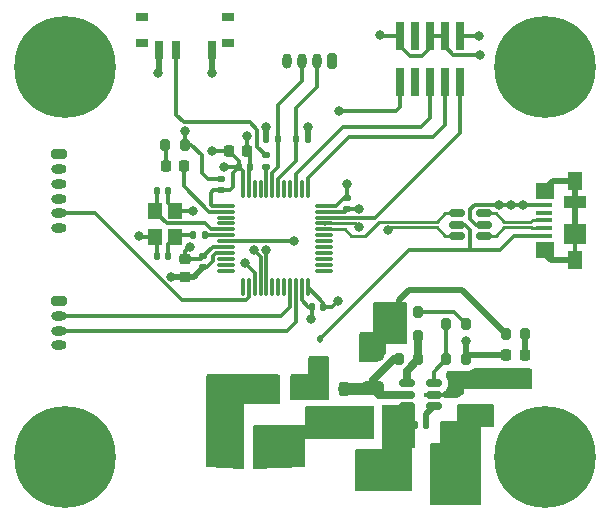
<source format=gbr>
%TF.GenerationSoftware,KiCad,Pcbnew,7.0.10*%
%TF.CreationDate,2024-03-14T18:53:23+05:30*%
%TF.ProjectId,STM32_4LAYER,53544d33-325f-4344-9c41-5945522e6b69,rev?*%
%TF.SameCoordinates,Original*%
%TF.FileFunction,Copper,L1,Top*%
%TF.FilePolarity,Positive*%
%FSLAX46Y46*%
G04 Gerber Fmt 4.6, Leading zero omitted, Abs format (unit mm)*
G04 Created by KiCad (PCBNEW 7.0.10) date 2024-03-14 18:53:23*
%MOMM*%
%LPD*%
G01*
G04 APERTURE LIST*
G04 Aperture macros list*
%AMRoundRect*
0 Rectangle with rounded corners*
0 $1 Rounding radius*
0 $2 $3 $4 $5 $6 $7 $8 $9 X,Y pos of 4 corners*
0 Add a 4 corners polygon primitive as box body*
4,1,4,$2,$3,$4,$5,$6,$7,$8,$9,$2,$3,0*
0 Add four circle primitives for the rounded corners*
1,1,$1+$1,$2,$3*
1,1,$1+$1,$4,$5*
1,1,$1+$1,$6,$7*
1,1,$1+$1,$8,$9*
0 Add four rect primitives between the rounded corners*
20,1,$1+$1,$2,$3,$4,$5,0*
20,1,$1+$1,$4,$5,$6,$7,0*
20,1,$1+$1,$6,$7,$8,$9,0*
20,1,$1+$1,$8,$9,$2,$3,0*%
G04 Aperture macros list end*
%TA.AperFunction,ComponentPad*%
%ADD10RoundRect,0.200000X-0.450000X0.200000X-0.450000X-0.200000X0.450000X-0.200000X0.450000X0.200000X0*%
%TD*%
%TA.AperFunction,ComponentPad*%
%ADD11O,1.300000X0.800000*%
%TD*%
%TA.AperFunction,ComponentPad*%
%ADD12RoundRect,0.200000X0.200000X0.450000X-0.200000X0.450000X-0.200000X-0.450000X0.200000X-0.450000X0*%
%TD*%
%TA.AperFunction,ComponentPad*%
%ADD13O,0.800000X1.300000*%
%TD*%
%TA.AperFunction,SMDPad,CuDef*%
%ADD14RoundRect,0.140000X0.140000X0.170000X-0.140000X0.170000X-0.140000X-0.170000X0.140000X-0.170000X0*%
%TD*%
%TA.AperFunction,SMDPad,CuDef*%
%ADD15R,1.380000X0.450000*%
%TD*%
%TA.AperFunction,SMDPad,CuDef*%
%ADD16R,1.300000X1.650000*%
%TD*%
%TA.AperFunction,SMDPad,CuDef*%
%ADD17R,1.550000X1.425000*%
%TD*%
%TA.AperFunction,SMDPad,CuDef*%
%ADD18R,1.900000X1.800000*%
%TD*%
%TA.AperFunction,SMDPad,CuDef*%
%ADD19R,1.900000X1.000000*%
%TD*%
%TA.AperFunction,SMDPad,CuDef*%
%ADD20R,1.900000X2.500000*%
%TD*%
%TA.AperFunction,ComponentPad*%
%ADD21C,0.900000*%
%TD*%
%TA.AperFunction,ComponentPad*%
%ADD22C,8.600000*%
%TD*%
%TA.AperFunction,SMDPad,CuDef*%
%ADD23RoundRect,0.075000X-0.662500X-0.075000X0.662500X-0.075000X0.662500X0.075000X-0.662500X0.075000X0*%
%TD*%
%TA.AperFunction,SMDPad,CuDef*%
%ADD24RoundRect,0.075000X-0.075000X-0.662500X0.075000X-0.662500X0.075000X0.662500X-0.075000X0.662500X0*%
%TD*%
%TA.AperFunction,SMDPad,CuDef*%
%ADD25RoundRect,0.200000X0.200000X0.275000X-0.200000X0.275000X-0.200000X-0.275000X0.200000X-0.275000X0*%
%TD*%
%TA.AperFunction,SMDPad,CuDef*%
%ADD26RoundRect,0.112500X0.187500X0.112500X-0.187500X0.112500X-0.187500X-0.112500X0.187500X-0.112500X0*%
%TD*%
%TA.AperFunction,SMDPad,CuDef*%
%ADD27RoundRect,0.140000X-0.140000X-0.170000X0.140000X-0.170000X0.140000X0.170000X-0.140000X0.170000X0*%
%TD*%
%TA.AperFunction,SMDPad,CuDef*%
%ADD28RoundRect,0.135000X-0.135000X-0.185000X0.135000X-0.185000X0.135000X0.185000X-0.135000X0.185000X0*%
%TD*%
%TA.AperFunction,SMDPad,CuDef*%
%ADD29RoundRect,0.218750X-0.218750X-0.256250X0.218750X-0.256250X0.218750X0.256250X-0.218750X0.256250X0*%
%TD*%
%TA.AperFunction,SMDPad,CuDef*%
%ADD30R,0.740000X2.400000*%
%TD*%
%TA.AperFunction,SMDPad,CuDef*%
%ADD31RoundRect,0.140000X0.170000X-0.140000X0.170000X0.140000X-0.170000X0.140000X-0.170000X-0.140000X0*%
%TD*%
%TA.AperFunction,SMDPad,CuDef*%
%ADD32RoundRect,0.250000X0.650000X-0.325000X0.650000X0.325000X-0.650000X0.325000X-0.650000X-0.325000X0*%
%TD*%
%TA.AperFunction,SMDPad,CuDef*%
%ADD33R,1.000000X0.800000*%
%TD*%
%TA.AperFunction,SMDPad,CuDef*%
%ADD34R,0.700000X1.500000*%
%TD*%
%TA.AperFunction,SMDPad,CuDef*%
%ADD35RoundRect,0.225000X-0.225000X-0.250000X0.225000X-0.250000X0.225000X0.250000X-0.225000X0.250000X0*%
%TD*%
%TA.AperFunction,SMDPad,CuDef*%
%ADD36RoundRect,0.135000X0.135000X0.185000X-0.135000X0.185000X-0.135000X-0.185000X0.135000X-0.185000X0*%
%TD*%
%TA.AperFunction,SMDPad,CuDef*%
%ADD37RoundRect,0.112500X0.112500X-0.187500X0.112500X0.187500X-0.112500X0.187500X-0.112500X-0.187500X0*%
%TD*%
%TA.AperFunction,ComponentPad*%
%ADD38R,2.400000X2.400000*%
%TD*%
%TA.AperFunction,ComponentPad*%
%ADD39C,2.400000*%
%TD*%
%TA.AperFunction,SMDPad,CuDef*%
%ADD40RoundRect,0.218750X-0.218750X-0.381250X0.218750X-0.381250X0.218750X0.381250X-0.218750X0.381250X0*%
%TD*%
%TA.AperFunction,SMDPad,CuDef*%
%ADD41RoundRect,0.140000X-0.170000X0.140000X-0.170000X-0.140000X0.170000X-0.140000X0.170000X0.140000X0*%
%TD*%
%TA.AperFunction,SMDPad,CuDef*%
%ADD42RoundRect,0.200000X-0.200000X-0.275000X0.200000X-0.275000X0.200000X0.275000X-0.200000X0.275000X0*%
%TD*%
%TA.AperFunction,SMDPad,CuDef*%
%ADD43RoundRect,0.225000X0.250000X-0.225000X0.250000X0.225000X-0.250000X0.225000X-0.250000X-0.225000X0*%
%TD*%
%TA.AperFunction,SMDPad,CuDef*%
%ADD44R,1.200000X1.400000*%
%TD*%
%TA.AperFunction,SMDPad,CuDef*%
%ADD45RoundRect,0.150000X0.512500X0.150000X-0.512500X0.150000X-0.512500X-0.150000X0.512500X-0.150000X0*%
%TD*%
%TA.AperFunction,SMDPad,CuDef*%
%ADD46RoundRect,0.218750X0.218750X0.256250X-0.218750X0.256250X-0.218750X-0.256250X0.218750X-0.256250X0*%
%TD*%
%TA.AperFunction,SMDPad,CuDef*%
%ADD47RoundRect,0.135000X0.185000X-0.135000X0.185000X0.135000X-0.185000X0.135000X-0.185000X-0.135000X0*%
%TD*%
%TA.AperFunction,ViaPad*%
%ADD48C,0.800000*%
%TD*%
%TA.AperFunction,Conductor*%
%ADD49C,0.300000*%
%TD*%
%TA.AperFunction,Conductor*%
%ADD50C,0.500000*%
%TD*%
%TA.AperFunction,Conductor*%
%ADD51C,0.261112*%
%TD*%
%TA.AperFunction,Conductor*%
%ADD52C,1.000000*%
%TD*%
%TA.AperFunction,Conductor*%
%ADD53C,0.700000*%
%TD*%
G04 APERTURE END LIST*
D10*
%TO.P,J5,1,Pin_1*%
%TO.N,+3.3V*%
X154430200Y-98582000D03*
D11*
%TO.P,J5,2,Pin_2*%
%TO.N,TX*%
X154430200Y-99832000D03*
%TO.P,J5,3,Pin_3*%
%TO.N,RX*%
X154430200Y-101082000D03*
%TO.P,J5,4,Pin_4*%
%TO.N,GND*%
X154430200Y-102332000D03*
%TD*%
D12*
%TO.P,J4,1,Pin_1*%
%TO.N,+3.3V*%
X177490600Y-78230200D03*
D13*
%TO.P,J4,2,Pin_2*%
%TO.N,SCL*%
X176240600Y-78230200D03*
%TO.P,J4,3,Pin_3*%
%TO.N,SDA*%
X174990600Y-78230200D03*
%TO.P,J4,4,Pin_4*%
%TO.N,GND*%
X173740600Y-78230200D03*
%TD*%
D14*
%TO.P,C12,1*%
%TO.N,BUCK_BST*%
X185480000Y-109050000D03*
%TO.P,C12,2*%
%TO.N,BUCK_SW*%
X184520000Y-109050000D03*
%TD*%
D15*
%TO.P,J1,1,VBUS*%
%TO.N,+5V*%
X195460000Y-93050000D03*
%TO.P,J1,2,D-*%
%TO.N,USB_CONN_D-*%
X195460000Y-92400000D03*
%TO.P,J1,3,D+*%
%TO.N,USB_CONN_D+*%
X195460000Y-91750000D03*
%TO.P,J1,4,ID*%
%TO.N,unconnected-(J1-ID-Pad4)*%
X195460000Y-91100000D03*
%TO.P,J1,5,GND*%
%TO.N,GND*%
X195460000Y-90450000D03*
D16*
%TO.P,J1,6,Shield*%
%TO.N,unconnected-(J1-Shield-Pad6)*%
X198120000Y-95125000D03*
D17*
X195545000Y-94237500D03*
D18*
X198120000Y-92900000D03*
D19*
X198120000Y-90200000D03*
D17*
X195545000Y-89262500D03*
D16*
X198120000Y-88375000D03*
%TD*%
D20*
%TO.P,L1,1*%
%TO.N,BUCK_SW*%
X182950000Y-112800000D03*
%TO.P,L1,2*%
%TO.N,+3.3V*%
X187050000Y-112800000D03*
%TD*%
D21*
%TO.P,H2,1,1*%
%TO.N,GND*%
X192355000Y-78740000D03*
X193299581Y-76459581D03*
X193299581Y-81020419D03*
X195580000Y-75515000D03*
D22*
X195580000Y-78740000D03*
D21*
X195580000Y-81965000D03*
X197860419Y-76459581D03*
X197860419Y-81020419D03*
X198805000Y-78740000D03*
%TD*%
%TO.P,H4,1,1*%
%TO.N,GND*%
X192355000Y-111760000D03*
X193299581Y-109479581D03*
X193299581Y-114040419D03*
X195580000Y-108535000D03*
D22*
X195580000Y-111760000D03*
D21*
X195580000Y-114985000D03*
X197860419Y-109479581D03*
X197860419Y-114040419D03*
X198805000Y-111760000D03*
%TD*%
D23*
%TO.P,U1,1,VBAT*%
%TO.N,+3.3V*%
X168557500Y-90500000D03*
%TO.P,U1,2,PC13*%
%TO.N,LED*%
X168557500Y-91000000D03*
%TO.P,U1,3,PC14*%
%TO.N,unconnected-(U1-PC14-Pad3)*%
X168557500Y-91500000D03*
%TO.P,U1,4,PC15*%
%TO.N,unconnected-(U1-PC15-Pad4)*%
X168557500Y-92000000D03*
%TO.P,U1,5,PD0*%
%TO.N,HSE_IN*%
X168557500Y-92500000D03*
%TO.P,U1,6,PD1*%
%TO.N,HSE_OUT*%
X168557500Y-93000000D03*
%TO.P,U1,7,NRST*%
%TO.N,NRST*%
X168557500Y-93500000D03*
%TO.P,U1,8,VSSA*%
%TO.N,GND*%
X168557500Y-94000000D03*
%TO.P,U1,9,VDDA*%
%TO.N,+3.3V*%
X168557500Y-94500000D03*
%TO.P,U1,10,PA0*%
%TO.N,unconnected-(U1-PA0-Pad10)*%
X168557500Y-95000000D03*
%TO.P,U1,11,PA1*%
%TO.N,unconnected-(U1-PA1-Pad11)*%
X168557500Y-95500000D03*
%TO.P,U1,12,PA2*%
%TO.N,unconnected-(U1-PA2-Pad12)*%
X168557500Y-96000000D03*
D24*
%TO.P,U1,13,PA3*%
%TO.N,unconnected-(U1-PA3-Pad13)*%
X169970000Y-97412500D03*
%TO.P,U1,14,PA4*%
%TO.N,NSS*%
X170470000Y-97412500D03*
%TO.P,U1,15,PA5*%
%TO.N,SCK*%
X170970000Y-97412500D03*
%TO.P,U1,16,PA6*%
%TO.N,MISO*%
X171470000Y-97412500D03*
%TO.P,U1,17,PA7*%
%TO.N,MOSI*%
X171970000Y-97412500D03*
%TO.P,U1,18,PB0*%
%TO.N,unconnected-(U1-PB0-Pad18)*%
X172470000Y-97412500D03*
%TO.P,U1,19,PB1*%
%TO.N,unconnected-(U1-PB1-Pad19)*%
X172970000Y-97412500D03*
%TO.P,U1,20,PB2*%
%TO.N,unconnected-(U1-PB2-Pad20)*%
X173470000Y-97412500D03*
%TO.P,U1,21,PB10*%
%TO.N,TX*%
X173970000Y-97412500D03*
%TO.P,U1,22,PB11*%
%TO.N,RX*%
X174470000Y-97412500D03*
%TO.P,U1,23,VSS*%
%TO.N,GND*%
X174970000Y-97412500D03*
%TO.P,U1,24,VDD*%
%TO.N,+3.3V*%
X175470000Y-97412500D03*
D23*
%TO.P,U1,25,PB12*%
%TO.N,unconnected-(U1-PB12-Pad25)*%
X176882500Y-96000000D03*
%TO.P,U1,26,PB13*%
%TO.N,unconnected-(U1-PB13-Pad26)*%
X176882500Y-95500000D03*
%TO.P,U1,27,PB14*%
%TO.N,unconnected-(U1-PB14-Pad27)*%
X176882500Y-95000000D03*
%TO.P,U1,28,PB15*%
%TO.N,unconnected-(U1-PB15-Pad28)*%
X176882500Y-94500000D03*
%TO.P,U1,29,PA8*%
%TO.N,unconnected-(U1-PA8-Pad29)*%
X176882500Y-94000000D03*
%TO.P,U1,30,PA9*%
%TO.N,unconnected-(U1-PA9-Pad30)*%
X176882500Y-93500000D03*
%TO.P,U1,31,PA10*%
%TO.N,unconnected-(U1-PA10-Pad31)*%
X176882500Y-93000000D03*
%TO.P,U1,32,PA11*%
%TO.N,USB_D+*%
X176882500Y-92500000D03*
%TO.P,U1,33,PA12*%
%TO.N,USB_D-*%
X176882500Y-92000000D03*
%TO.P,U1,34,PA13*%
%TO.N,SWDIO*%
X176882500Y-91500000D03*
%TO.P,U1,35,VSS*%
%TO.N,GND*%
X176882500Y-91000000D03*
%TO.P,U1,36,VDD*%
%TO.N,+3.3V*%
X176882500Y-90500000D03*
D24*
%TO.P,U1,37,PA14*%
%TO.N,SWCLK*%
X175470000Y-89087500D03*
%TO.P,U1,38,PA15*%
%TO.N,unconnected-(U1-PA15-Pad38)*%
X174970000Y-89087500D03*
%TO.P,U1,39,PB3*%
%TO.N,SWO*%
X174470000Y-89087500D03*
%TO.P,U1,40,PB4*%
%TO.N,unconnected-(U1-PB4-Pad40)*%
X173970000Y-89087500D03*
%TO.P,U1,41,PB5*%
%TO.N,unconnected-(U1-PB5-Pad41)*%
X173470000Y-89087500D03*
%TO.P,U1,42,PB6*%
%TO.N,SCL*%
X172970000Y-89087500D03*
%TO.P,U1,43,PB7*%
%TO.N,SDA*%
X172470000Y-89087500D03*
%TO.P,U1,44,BOOT0*%
%TO.N,BOOT0*%
X171970000Y-89087500D03*
%TO.P,U1,45,PB8*%
%TO.N,unconnected-(U1-PB8-Pad45)*%
X171470000Y-89087500D03*
%TO.P,U1,46,PB9*%
%TO.N,unconnected-(U1-PB9-Pad46)*%
X170970000Y-89087500D03*
%TO.P,U1,47,VSS*%
%TO.N,GND*%
X170470000Y-89087500D03*
%TO.P,U1,48,VDD*%
%TO.N,+3.3V*%
X169970000Y-89087500D03*
%TD*%
D14*
%TO.P,C2,1*%
%TO.N,+3.3V*%
X176756000Y-99060000D03*
%TO.P,C2,2*%
%TO.N,GND*%
X175796000Y-99060000D03*
%TD*%
D25*
%TO.P,R9,1*%
%TO.N,Net-(R10-Pad2)*%
X188825000Y-100500000D03*
%TO.P,R9,2*%
%TO.N,BUCK_FB*%
X187175000Y-100500000D03*
%TD*%
D10*
%TO.P,J6,1,Pin_1*%
%TO.N,+3.3V*%
X154432000Y-86155200D03*
D11*
%TO.P,J6,2,Pin_2*%
%TO.N,MOSI*%
X154432000Y-87405200D03*
%TO.P,J6,3,Pin_3*%
%TO.N,MISO*%
X154432000Y-88655200D03*
%TO.P,J6,4,Pin_4*%
%TO.N,SCK*%
X154432000Y-89905200D03*
%TO.P,J6,5,Pin_5*%
%TO.N,NSS*%
X154432000Y-91155200D03*
%TO.P,J6,6,Pin_6*%
%TO.N,GND*%
X154432000Y-92405200D03*
%TD*%
D26*
%TO.P,D2,1,K*%
%TO.N,Net-(D2-K)*%
X174550000Y-106000000D03*
%TO.P,D2,2,A*%
%TO.N,VCC*%
X172450000Y-106000000D03*
%TD*%
D27*
%TO.P,C6,1*%
%TO.N,HSE_IN*%
X162680000Y-89282000D03*
%TO.P,C6,2*%
%TO.N,GND*%
X163640000Y-89282000D03*
%TD*%
D21*
%TO.P,H3,1,1*%
%TO.N,GND*%
X151715000Y-111760000D03*
X152659581Y-109479581D03*
X152659581Y-114040419D03*
X154940000Y-108535000D03*
D22*
X154940000Y-111760000D03*
D21*
X154940000Y-114985000D03*
X157220419Y-109479581D03*
X157220419Y-114040419D03*
X158165000Y-111760000D03*
%TD*%
D28*
%TO.P,R2,1*%
%TO.N,SCL*%
X174496000Y-84836000D03*
%TO.P,R2,2*%
%TO.N,+3.3V*%
X175516000Y-84836000D03*
%TD*%
D29*
%TO.P,D1,1,K*%
%TO.N,Net-(D1-K)*%
X163423500Y-87122000D03*
%TO.P,D1,2,A*%
%TO.N,LED*%
X164998500Y-87122000D03*
%TD*%
D30*
%TO.P,J3,1,Pin_1*%
%TO.N,+3.3V*%
X188341000Y-76155000D03*
%TO.P,J3,2,Pin_2*%
%TO.N,SWDIO*%
X188341000Y-80055000D03*
%TO.P,J3,3,Pin_3*%
%TO.N,GND*%
X187071000Y-76155000D03*
%TO.P,J3,4,Pin_4*%
%TO.N,SWCLK*%
X187071000Y-80055000D03*
%TO.P,J3,5,Pin_5*%
%TO.N,GND*%
X185801000Y-76155000D03*
%TO.P,J3,6,Pin_6*%
%TO.N,SWO*%
X185801000Y-80055000D03*
%TO.P,J3,7,Pin_7*%
%TO.N,unconnected-(J3-Pin_7-Pad7)*%
X184531000Y-76155000D03*
%TO.P,J3,8,Pin_8*%
%TO.N,unconnected-(J3-Pin_8-Pad8)*%
X184531000Y-80055000D03*
%TO.P,J3,9,Pin_9*%
%TO.N,GND*%
X183261000Y-76155000D03*
%TO.P,J3,10,Pin_10*%
%TO.N,NRST*%
X183261000Y-80055000D03*
%TD*%
D31*
%TO.P,C8,1*%
%TO.N,+3.3V*%
X166632500Y-95730000D03*
%TO.P,C8,2*%
%TO.N,GND*%
X166632500Y-94770000D03*
%TD*%
D32*
%TO.P,C11,1*%
%TO.N,+3.3V*%
X190000000Y-108155000D03*
%TO.P,C11,2*%
%TO.N,GND*%
X190000000Y-105205000D03*
%TD*%
D33*
%TO.P,SW1,*%
%TO.N,*%
X168750000Y-76693000D03*
X168750000Y-74483000D03*
X161450000Y-76693000D03*
X161450000Y-74483000D03*
D34*
%TO.P,SW1,1,A*%
%TO.N,+3.3V*%
X167350000Y-77343000D03*
%TO.P,SW1,2,B*%
%TO.N,Net-(SW1-B)*%
X164350000Y-77343000D03*
%TO.P,SW1,3,C*%
%TO.N,GND*%
X162850000Y-77343000D03*
%TD*%
D28*
%TO.P,R3,1*%
%TO.N,Net-(C9-Pad1)*%
X165733000Y-92964000D03*
%TO.P,R3,2*%
%TO.N,HSE_OUT*%
X166753000Y-92964000D03*
%TD*%
D35*
%TO.P,C1,1*%
%TO.N,+3.3V*%
X168770000Y-85852000D03*
%TO.P,C1,2*%
%TO.N,GND*%
X170320000Y-85852000D03*
%TD*%
D36*
%TO.P,R5,1*%
%TO.N,SDA*%
X172976000Y-84836000D03*
%TO.P,R5,2*%
%TO.N,+3.3V*%
X171956000Y-84836000D03*
%TD*%
D25*
%TO.P,R4,1*%
%TO.N,GND*%
X165036000Y-85344000D03*
%TO.P,R4,2*%
%TO.N,Net-(D1-K)*%
X163386000Y-85344000D03*
%TD*%
D32*
%TO.P,C10,1*%
%TO.N,BUCK_IN*%
X181000000Y-105975000D03*
%TO.P,C10,2*%
%TO.N,GND*%
X181000000Y-103025000D03*
%TD*%
D37*
%TO.P,D4,1,K*%
%TO.N,BUCK_SW*%
X180000000Y-111550000D03*
%TO.P,D4,2,A*%
%TO.N,GND*%
X180000000Y-109450000D03*
%TD*%
D38*
%TO.P,J2,1,Pin_1*%
%TO.N,VCC*%
X168684000Y-111314000D03*
D39*
%TO.P,J2,2,Pin_2*%
%TO.N,GND*%
X172184000Y-111314000D03*
%TD*%
D27*
%TO.P,C4,1*%
%TO.N,+3.3V*%
X169652500Y-87250000D03*
%TO.P,C4,2*%
%TO.N,GND*%
X170612500Y-87250000D03*
%TD*%
D14*
%TO.P,C9,1*%
%TO.N,Net-(C9-Pad1)*%
X163640000Y-94782000D03*
%TO.P,C9,2*%
%TO.N,GND*%
X162680000Y-94782000D03*
%TD*%
D40*
%TO.P,FB1,1*%
%TO.N,Net-(D2-K)*%
X176437500Y-106000000D03*
%TO.P,FB1,2*%
%TO.N,BUCK_IN*%
X178562500Y-106000000D03*
%TD*%
D41*
%TO.P,C3,1*%
%TO.N,+3.3V*%
X178816000Y-89817000D03*
%TO.P,C3,2*%
%TO.N,GND*%
X178816000Y-90777000D03*
%TD*%
D42*
%TO.P,R11,1*%
%TO.N,GND*%
X192215000Y-101346000D03*
%TO.P,R11,2*%
%TO.N,Net-(D5-K)*%
X193865000Y-101346000D03*
%TD*%
D25*
%TO.P,R6,1*%
%TO.N,BUCK_EN*%
X184825000Y-103500000D03*
%TO.P,R6,2*%
%TO.N,BUCK_IN*%
X183175000Y-103500000D03*
%TD*%
D43*
%TO.P,C7,1*%
%TO.N,+3.3V*%
X165100000Y-96533000D03*
%TO.P,C7,2*%
%TO.N,GND*%
X165100000Y-94983000D03*
%TD*%
D42*
%TO.P,R7,1*%
%TO.N,GND*%
X183175000Y-101500000D03*
%TO.P,R7,2*%
%TO.N,BUCK_EN*%
X184825000Y-101500000D03*
%TD*%
D44*
%TO.P,Y1,1,1*%
%TO.N,HSE_IN*%
X162560000Y-90932000D03*
%TO.P,Y1,2,2*%
%TO.N,GND*%
X162560000Y-93132000D03*
%TO.P,Y1,3,3*%
%TO.N,Net-(C9-Pad1)*%
X164260000Y-93132000D03*
%TO.P,Y1,4,4*%
%TO.N,GND*%
X164260000Y-90932000D03*
%TD*%
D21*
%TO.P,H1,1,1*%
%TO.N,GND*%
X151715000Y-78740000D03*
X152659581Y-76459581D03*
X152659581Y-81020419D03*
X154940000Y-75515000D03*
D22*
X154940000Y-78740000D03*
D21*
X154940000Y-81965000D03*
X157220419Y-76459581D03*
X157220419Y-81020419D03*
X158165000Y-78740000D03*
%TD*%
D42*
%TO.P,R10,1*%
%TO.N,GND*%
X183175000Y-99500000D03*
%TO.P,R10,2*%
%TO.N,Net-(R10-Pad2)*%
X184825000Y-99500000D03*
%TD*%
D31*
%TO.P,C5,1*%
%TO.N,+3.3V*%
X168132500Y-89210000D03*
%TO.P,C5,2*%
%TO.N,GND*%
X168132500Y-88250000D03*
%TD*%
D45*
%TO.P,U2,1,I/O1*%
%TO.N,USB_CONN_D-*%
X190367500Y-93050000D03*
%TO.P,U2,2,GND*%
%TO.N,GND*%
X190367500Y-92100000D03*
%TO.P,U2,3,I/O2*%
%TO.N,USB_CONN_D+*%
X190367500Y-91150000D03*
%TO.P,U2,4,I/O2*%
%TO.N,USB_D+*%
X188092500Y-91150000D03*
%TO.P,U2,5,VBUS*%
%TO.N,+5V*%
X188092500Y-92100000D03*
%TO.P,U2,6,I/O1*%
%TO.N,USB_D-*%
X188092500Y-93050000D03*
%TD*%
D42*
%TO.P,R8,1*%
%TO.N,BUCK_FB*%
X187175000Y-103500000D03*
%TO.P,R8,2*%
%TO.N,+3.3V*%
X188825000Y-103500000D03*
%TD*%
D37*
%TO.P,D3,1,K*%
%TO.N,Net-(D2-K)*%
X176500000Y-103850000D03*
%TO.P,D3,2,A*%
%TO.N,+5V*%
X176500000Y-101750000D03*
%TD*%
D45*
%TO.P,U3,1,BST*%
%TO.N,BUCK_BST*%
X186137500Y-107450000D03*
%TO.P,U3,2,GND*%
%TO.N,GND*%
X186137500Y-106500000D03*
%TO.P,U3,3,FB*%
%TO.N,BUCK_FB*%
X186137500Y-105550000D03*
%TO.P,U3,4,EN*%
%TO.N,BUCK_EN*%
X183862500Y-105550000D03*
%TO.P,U3,5,IN*%
%TO.N,BUCK_IN*%
X183862500Y-106500000D03*
%TO.P,U3,6,SW*%
%TO.N,BUCK_SW*%
X183862500Y-107450000D03*
%TD*%
D46*
%TO.P,D5,1,K*%
%TO.N,Net-(D5-K)*%
X193827500Y-103124000D03*
%TO.P,D5,2,A*%
%TO.N,+3.3V*%
X192252500Y-103124000D03*
%TD*%
D47*
%TO.P,R1,1*%
%TO.N,BOOT0*%
X171958000Y-87260000D03*
%TO.P,R1,2*%
%TO.N,Net-(SW1-B)*%
X171958000Y-86240000D03*
%TD*%
D48*
%TO.N,GND*%
X191643000Y-90424000D03*
X192659000Y-90424000D03*
X190011000Y-77705000D03*
X181610000Y-76073000D03*
X193675000Y-90424000D03*
X179832000Y-90750000D03*
X175768000Y-100076000D03*
X161163000Y-93091000D03*
X165481000Y-93980000D03*
X165735000Y-90932000D03*
X165100000Y-84201000D03*
X170307000Y-84582000D03*
%TO.N,+3.3V*%
X168402000Y-87249000D03*
X188849000Y-101981000D03*
X189992000Y-76155000D03*
X163852331Y-96497669D03*
%TO.N,SCK*%
X170180000Y-95377000D03*
%TO.N,MISO*%
X170926751Y-94263413D03*
%TO.N,MOSI*%
X171958000Y-94250000D03*
%TO.N,+3.3V*%
X178816000Y-88646000D03*
X178054000Y-98552000D03*
X167386000Y-79248000D03*
%TO.N,GND*%
X162814000Y-79248000D03*
%TO.N,+3.3V*%
X171958000Y-83820000D03*
X167386000Y-85852000D03*
X175514000Y-83820000D03*
%TO.N,NRST*%
X178104800Y-82499200D03*
X174320200Y-93497400D03*
%TO.N,GND*%
X181864000Y-99314000D03*
X181864000Y-100584000D03*
X194056000Y-105029000D03*
X192913000Y-105029000D03*
X191770000Y-105029000D03*
%TO.N,+3.3V*%
X189103000Y-110490000D03*
X189103000Y-112141000D03*
X189103000Y-113538000D03*
X189103000Y-114935000D03*
%TO.N,GND*%
X178435000Y-109474000D03*
X177165000Y-109474000D03*
X175895000Y-109474000D03*
X175895000Y-108077000D03*
X177165000Y-108077000D03*
X178562000Y-108077000D03*
X179832000Y-108077000D03*
X181864000Y-101727000D03*
X180594000Y-101727000D03*
X187960000Y-106299000D03*
X187960000Y-105156000D03*
%TO.N,USB_D-*%
X182245000Y-92598400D03*
X179832000Y-92329000D03*
%TD*%
D49*
%TO.N,RX*%
X173746000Y-101082000D02*
X154430200Y-101082000D01*
X174470000Y-97412500D02*
X174470000Y-100358000D01*
X174470000Y-100358000D02*
X173746000Y-101082000D01*
%TO.N,SCK*%
X170970000Y-96167000D02*
X170970000Y-97412500D01*
X170180000Y-95377000D02*
X170970000Y-96167000D01*
%TO.N,GND*%
X165735000Y-90932000D02*
X164260000Y-90932000D01*
D50*
%TO.N,unconnected-(J1-Shield-Pad6)*%
X198120000Y-90200000D02*
X198120000Y-92900000D01*
X198120000Y-88375000D02*
X198120000Y-90200000D01*
X196090000Y-95125000D02*
X198120000Y-95125000D01*
X195545000Y-94580000D02*
X196090000Y-95125000D01*
X195545000Y-94237500D02*
X195545000Y-94580000D01*
D49*
X198118000Y-95123000D02*
X198120000Y-95125000D01*
D50*
X196232000Y-88375000D02*
X198120000Y-88375000D01*
X195545000Y-89062000D02*
X196232000Y-88375000D01*
X195545000Y-89262500D02*
X195545000Y-89062000D01*
D49*
%TO.N,GND*%
X191643000Y-90424000D02*
X192659000Y-90424000D01*
X192659000Y-90424000D02*
X193675000Y-90424000D01*
%TO.N,+5V*%
X189230000Y-94234000D02*
X189738000Y-94234000D01*
X188754999Y-92100000D02*
X189230000Y-92575001D01*
X188092500Y-92100000D02*
X188754999Y-92100000D01*
X189230000Y-92575001D02*
X189230000Y-94234000D01*
%TO.N,GND*%
X187071000Y-76985000D02*
X187071000Y-76155000D01*
X187791000Y-77705000D02*
X187071000Y-76985000D01*
X190011000Y-77705000D02*
X187791000Y-77705000D01*
%TO.N,+3.3V*%
X189992000Y-76155000D02*
X188341000Y-76155000D01*
%TO.N,GND*%
X181692000Y-76155000D02*
X181610000Y-76073000D01*
X183261000Y-76155000D02*
X181692000Y-76155000D01*
X189611000Y-90424000D02*
X191643000Y-90424000D01*
X189230000Y-90805000D02*
X189611000Y-90424000D01*
X189230000Y-91636262D02*
X189230000Y-90805000D01*
X189693738Y-92100000D02*
X189230000Y-91636262D01*
X190367500Y-92100000D02*
X189693738Y-92100000D01*
X193701000Y-90450000D02*
X195460000Y-90450000D01*
X193675000Y-90424000D02*
X193701000Y-90450000D01*
X179805000Y-90777000D02*
X179832000Y-90750000D01*
X178816000Y-90777000D02*
X179805000Y-90777000D01*
X175796000Y-100048000D02*
X175768000Y-100076000D01*
X175796000Y-99060000D02*
X175796000Y-100048000D01*
X161204000Y-93132000D02*
X161163000Y-93091000D01*
X162560000Y-93132000D02*
X161204000Y-93132000D01*
X165100000Y-94361000D02*
X165481000Y-93980000D01*
X165100000Y-94983000D02*
X165100000Y-94361000D01*
X165036000Y-84265000D02*
X165100000Y-84201000D01*
X165036000Y-85344000D02*
X165036000Y-84265000D01*
X170320000Y-84595000D02*
X170307000Y-84582000D01*
X170320000Y-85852000D02*
X170320000Y-84595000D01*
%TO.N,Net-(SW1-B)*%
X171208000Y-85490000D02*
X171958000Y-86240000D01*
X170561000Y-83439000D02*
X171208000Y-84086000D01*
X164973000Y-83439000D02*
X170561000Y-83439000D01*
X164350000Y-82816000D02*
X164973000Y-83439000D01*
X164350000Y-77343000D02*
X164350000Y-82816000D01*
X171208000Y-84086000D02*
X171208000Y-85490000D01*
%TO.N,+3.3V*%
X168403000Y-87250000D02*
X168402000Y-87249000D01*
X169652500Y-87250000D02*
X168403000Y-87250000D01*
D50*
X188825000Y-102005000D02*
X188849000Y-101981000D01*
X188825000Y-103500000D02*
X188825000Y-102005000D01*
D49*
%TO.N,unconnected-(J1-Shield-Pad6)*%
X198120000Y-95125000D02*
X198120000Y-92900000D01*
%TO.N,GND*%
X185105000Y-77851000D02*
X185801000Y-77155000D01*
X183261000Y-76985000D02*
X184127000Y-77851000D01*
X184127000Y-77851000D02*
X185105000Y-77851000D01*
X185801000Y-77155000D02*
X185801000Y-76155000D01*
X183261000Y-76155000D02*
X183261000Y-76985000D01*
X185801000Y-76155000D02*
X187071000Y-76155000D01*
%TO.N,Net-(C9-Pad1)*%
X165733000Y-92964000D02*
X164428000Y-92964000D01*
X164428000Y-92964000D02*
X164260000Y-93132000D01*
D50*
%TO.N,+3.3V*%
X163887662Y-96533000D02*
X163852331Y-96497669D01*
X165100000Y-96533000D02*
X163887662Y-96533000D01*
D49*
%TO.N,NSS*%
X157449200Y-91155200D02*
X154432000Y-91155200D01*
X164794000Y-98500000D02*
X157449200Y-91155200D01*
X170223120Y-98500000D02*
X164794000Y-98500000D01*
X170470000Y-97412500D02*
X170470000Y-98253120D01*
X170470000Y-98253120D02*
X170223120Y-98500000D01*
%TO.N,MISO*%
X171470000Y-94822661D02*
X170926751Y-94279412D01*
X170926751Y-94279412D02*
X170926751Y-94263413D01*
X171470000Y-97412500D02*
X171470000Y-94822661D01*
%TO.N,MOSI*%
X171970000Y-94262000D02*
X171958000Y-94250000D01*
X171970000Y-97412500D02*
X171970000Y-94262000D01*
%TO.N,+3.3V*%
X178816000Y-89817000D02*
X178816000Y-88646000D01*
X177546000Y-99060000D02*
X178054000Y-98552000D01*
X176756000Y-99060000D02*
X177546000Y-99060000D01*
%TO.N,+5V*%
X184016000Y-94234000D02*
X189738000Y-94234000D01*
X176500000Y-101750000D02*
X184016000Y-94234000D01*
X192954000Y-93050000D02*
X195460000Y-93050000D01*
X191770000Y-94234000D02*
X192954000Y-93050000D01*
X189738000Y-94234000D02*
X191770000Y-94234000D01*
%TO.N,TX*%
X173970000Y-99060000D02*
X173970000Y-97412500D01*
X173198000Y-99832000D02*
X173970000Y-99060000D01*
X154430200Y-99832000D02*
X173198000Y-99832000D01*
%TO.N,+3.3V*%
X176756000Y-98698500D02*
X176756000Y-99060000D01*
X175470000Y-97412500D02*
X176756000Y-98698500D01*
%TO.N,GND*%
X175516001Y-99060000D02*
X175796000Y-99060000D01*
X174970000Y-97412500D02*
X174970000Y-98513999D01*
X174970000Y-98513999D02*
X175516001Y-99060000D01*
D50*
%TO.N,+3.3V*%
X167350000Y-79212000D02*
X167386000Y-79248000D01*
X167350000Y-77343000D02*
X167350000Y-79212000D01*
%TO.N,GND*%
X162850000Y-79212000D02*
X162814000Y-79248000D01*
X162850000Y-77343000D02*
X162850000Y-79212000D01*
%TO.N,+3.3V*%
X171956000Y-83822000D02*
X171958000Y-83820000D01*
X171956000Y-84836000D02*
X171956000Y-83822000D01*
D49*
X168770000Y-85852000D02*
X167386000Y-85852000D01*
D50*
X175516000Y-83822000D02*
X175514000Y-83820000D01*
X175516000Y-84836000D02*
X175516000Y-83822000D01*
D49*
%TO.N,SCL*%
X174496000Y-82221800D02*
X174496000Y-84836000D01*
X176240600Y-80477200D02*
X174496000Y-82221800D01*
X176240600Y-78230200D02*
X176240600Y-80477200D01*
%TO.N,SDA*%
X172976000Y-81942400D02*
X172976000Y-84836000D01*
X174990600Y-79923800D02*
X172974000Y-81940400D01*
X174990600Y-78230200D02*
X174990600Y-79923800D01*
X172974000Y-81940400D02*
X172976000Y-81942400D01*
%TO.N,NRST*%
X183261000Y-82143600D02*
X183261000Y-80055000D01*
X182905400Y-82499200D02*
X183261000Y-82143600D01*
X178104800Y-82499200D02*
X182905400Y-82499200D01*
X174317600Y-93500000D02*
X174320200Y-93497400D01*
X168557500Y-93500000D02*
X174317600Y-93500000D01*
D51*
%TO.N,USB_D+*%
X180289053Y-93059556D02*
X179165556Y-93059556D01*
X179165556Y-93059556D02*
X178606000Y-92500000D01*
X181480765Y-91867844D02*
X180289053Y-93059556D01*
X186380905Y-91867844D02*
X181480765Y-91867844D01*
X178606000Y-92500000D02*
X176882500Y-92500000D01*
X187098749Y-91150000D02*
X186380905Y-91867844D01*
X188092500Y-91150000D02*
X187098749Y-91150000D01*
%TO.N,USB_D-*%
X182245000Y-92598400D02*
X182511244Y-92332156D01*
X186380905Y-92332156D02*
X187098749Y-93050000D01*
X187098749Y-93050000D02*
X188092500Y-93050000D01*
X182511244Y-92332156D02*
X186380905Y-92332156D01*
X179503000Y-92000000D02*
X179832000Y-92329000D01*
X176882500Y-92000000D02*
X179503000Y-92000000D01*
%TO.N,USB_CONN_D-*%
X191361251Y-93050000D02*
X190367500Y-93050000D01*
X194357155Y-92332156D02*
X192079095Y-92332156D01*
X194424999Y-92400000D02*
X194357155Y-92332156D01*
X192079095Y-92332156D02*
X191361251Y-93050000D01*
X195460000Y-92400000D02*
X194424999Y-92400000D01*
%TO.N,USB_CONN_D+*%
X191411251Y-91150000D02*
X190367500Y-91150000D01*
X194332155Y-91842844D02*
X192104095Y-91842844D01*
X192104095Y-91842844D02*
X191411251Y-91150000D01*
X195460000Y-91750000D02*
X194424999Y-91750000D01*
X194424999Y-91750000D02*
X194332155Y-91842844D01*
%TO.N,USB_D-*%
X176882500Y-92000000D02*
X176900343Y-92017843D01*
D49*
%TO.N,+3.3V*%
X167716880Y-94500000D02*
X167470000Y-94746880D01*
X178534000Y-89817000D02*
X178816000Y-89817000D01*
X169970000Y-89087500D02*
X169970000Y-87567500D01*
X167259000Y-90424000D02*
X167259000Y-89408000D01*
X166942499Y-95730000D02*
X166632500Y-95730000D01*
X169164000Y-87738500D02*
X169652500Y-87250000D01*
X167457000Y-89210000D02*
X168132500Y-89210000D01*
X169164000Y-88900000D02*
X169164000Y-87738500D01*
X167470000Y-95202499D02*
X166942499Y-95730000D01*
X168557500Y-90500000D02*
X167335000Y-90500000D01*
X168854000Y-89210000D02*
X169164000Y-88900000D01*
X168557500Y-94500000D02*
X167716880Y-94500000D01*
X177851000Y-90500000D02*
X178534000Y-89817000D01*
D50*
X189201000Y-103124000D02*
X188825000Y-103500000D01*
D49*
X169652500Y-86734500D02*
X168770000Y-85852000D01*
X169970000Y-87567500D02*
X169652500Y-87250000D01*
D50*
X165100000Y-96533000D02*
X165829500Y-96533000D01*
D49*
X167335000Y-90500000D02*
X167259000Y-90424000D01*
D50*
X165829500Y-96533000D02*
X166632500Y-95730000D01*
D49*
X167470000Y-94746880D02*
X167470000Y-95202499D01*
X169652500Y-87250000D02*
X169652500Y-86734500D01*
X168132500Y-89210000D02*
X168854000Y-89210000D01*
X167259000Y-89408000D02*
X167457000Y-89210000D01*
X176882500Y-90500000D02*
X177851000Y-90500000D01*
D50*
X192252500Y-103124000D02*
X189201000Y-103124000D01*
D49*
%TO.N,GND*%
X170612500Y-86144500D02*
X170320000Y-85852000D01*
D50*
X192215000Y-101346000D02*
X188532000Y-97663000D01*
D49*
X163640000Y-90312000D02*
X164260000Y-90932000D01*
X165608000Y-85344000D02*
X166497000Y-86233000D01*
X168557500Y-94000000D02*
X167402500Y-94000000D01*
X162680000Y-94782000D02*
X162680000Y-93252000D01*
X166990000Y-88250000D02*
X168132500Y-88250000D01*
X166419500Y-94983000D02*
X166632500Y-94770000D01*
X162680000Y-93252000D02*
X162560000Y-93132000D01*
D50*
X184023000Y-97663000D02*
X183175000Y-98511000D01*
D49*
X167402500Y-94000000D02*
X166632500Y-94770000D01*
X166497000Y-86233000D02*
X166497000Y-87757000D01*
X170612500Y-87250000D02*
X170612500Y-86144500D01*
D50*
X188532000Y-97663000D02*
X184023000Y-97663000D01*
D49*
X165313000Y-94770000D02*
X165100000Y-94983000D01*
X170470000Y-87392500D02*
X170612500Y-87250000D01*
X163640000Y-89282000D02*
X163640000Y-90312000D01*
X166497000Y-87757000D02*
X166990000Y-88250000D01*
X170470000Y-89087500D02*
X170470000Y-87392500D01*
X165100000Y-94983000D02*
X166419500Y-94983000D01*
X176882500Y-91000000D02*
X178593000Y-91000000D01*
X165036000Y-85344000D02*
X165608000Y-85344000D01*
X178593000Y-91000000D02*
X178816000Y-90777000D01*
D50*
X183175000Y-98511000D02*
X183175000Y-99500000D01*
D49*
%TO.N,HSE_IN*%
X168557500Y-92500000D02*
X167298634Y-92500000D01*
X162680000Y-90812000D02*
X162560000Y-90932000D01*
X162560000Y-91032000D02*
X162560000Y-90932000D01*
X166780634Y-91982000D02*
X163510000Y-91982000D01*
X167298634Y-92500000D02*
X166780634Y-91982000D01*
X162680000Y-89282000D02*
X162680000Y-90812000D01*
X163510000Y-91982000D02*
X162560000Y-91032000D01*
%TO.N,Net-(C9-Pad1)*%
X163640000Y-93752000D02*
X164260000Y-93132000D01*
X163640000Y-94782000D02*
X163640000Y-93752000D01*
D52*
%TO.N,BUCK_IN*%
X178562500Y-106000000D02*
X180975000Y-106000000D01*
X180975000Y-106000000D02*
X181000000Y-105975000D01*
D53*
X182758000Y-103500000D02*
X181000000Y-105258000D01*
X183175000Y-103500000D02*
X182758000Y-103500000D01*
X181525000Y-106500000D02*
X181000000Y-105975000D01*
X181000000Y-105258000D02*
X181000000Y-105975000D01*
X183862500Y-106500000D02*
X181525000Y-106500000D01*
D50*
%TO.N,BUCK_BST*%
X185480000Y-109050000D02*
X185480000Y-108107500D01*
X185480000Y-108107500D02*
X186137500Y-107450000D01*
D49*
%TO.N,Net-(D1-K)*%
X163423500Y-85381500D02*
X163386000Y-85344000D01*
X163423500Y-87122000D02*
X163423500Y-85381500D01*
%TO.N,LED*%
X164998500Y-88870606D02*
X164998500Y-87122000D01*
X168557500Y-91000000D02*
X167127894Y-91000000D01*
X167127894Y-91000000D02*
X164998500Y-88870606D01*
D50*
%TO.N,Net-(D5-K)*%
X193827500Y-103124000D02*
X193827500Y-101383500D01*
X193827500Y-101383500D02*
X193865000Y-101346000D01*
D49*
%TO.N,SWDIO*%
X181169000Y-91500000D02*
X176882500Y-91500000D01*
X188341000Y-80055000D02*
X188341000Y-84328000D01*
X188341000Y-84328000D02*
X181169000Y-91500000D01*
%TO.N,SWCLK*%
X186055000Y-84709000D02*
X187071000Y-83693000D01*
X175470000Y-88182000D02*
X178943000Y-84709000D01*
X187071000Y-83693000D02*
X187071000Y-80055000D01*
X175470000Y-89087500D02*
X175470000Y-88182000D01*
X178943000Y-84709000D02*
X186055000Y-84709000D01*
%TO.N,SWO*%
X174470000Y-89087500D02*
X174470000Y-87785000D01*
X174470000Y-87785000D02*
X178435000Y-83820000D01*
X185039000Y-83820000D02*
X185801000Y-83058000D01*
X178435000Y-83820000D02*
X185039000Y-83820000D01*
X185801000Y-83058000D02*
X185801000Y-80055000D01*
%TO.N,SCL*%
X172970000Y-89087500D02*
X172970000Y-88246880D01*
X174496000Y-86720880D02*
X174496000Y-84836000D01*
X172970000Y-88246880D02*
X174496000Y-86720880D01*
%TO.N,SDA*%
X172976000Y-87251634D02*
X172976000Y-84836000D01*
X172470000Y-89087500D02*
X172470000Y-87757634D01*
X172470000Y-87757634D02*
X172976000Y-87251634D01*
%TO.N,BOOT0*%
X171970000Y-87272000D02*
X171970000Y-89087500D01*
X171958000Y-87260000D02*
X171970000Y-87272000D01*
%TO.N,HSE_OUT*%
X166789000Y-93000000D02*
X166753000Y-92964000D01*
X168557500Y-93000000D02*
X166789000Y-93000000D01*
D53*
%TO.N,BUCK_EN*%
X183862500Y-105550000D02*
X183862500Y-104462500D01*
X183862500Y-104462500D02*
X184825000Y-103500000D01*
X184825000Y-103500000D02*
X184825000Y-101500000D01*
D49*
%TO.N,BUCK_FB*%
X186137500Y-104537500D02*
X187175000Y-103500000D01*
X186137500Y-105550000D02*
X186137500Y-104537500D01*
X187175000Y-100500000D02*
X187175000Y-103500000D01*
%TO.N,Net-(R10-Pad2)*%
X188825000Y-100500000D02*
X187825000Y-99500000D01*
X187825000Y-99500000D02*
X184825000Y-99500000D01*
%TD*%
%TA.AperFunction,Conductor*%
%TO.N,GND*%
G36*
X194380039Y-104286685D02*
G01*
X194425794Y-104339489D01*
X194437000Y-104391000D01*
X194437000Y-105921000D01*
X194417315Y-105988039D01*
X194364511Y-106033794D01*
X194313000Y-106045000D01*
X188722000Y-106045000D01*
X188722000Y-106355792D01*
X188702315Y-106422831D01*
X188661797Y-106462121D01*
X188116450Y-106789329D01*
X188052655Y-106807000D01*
X187126654Y-106807000D01*
X187059615Y-106787315D01*
X187052582Y-106782343D01*
X186910396Y-106698255D01*
X186910393Y-106698254D01*
X186752573Y-106652402D01*
X186752567Y-106652401D01*
X186715701Y-106649500D01*
X186715694Y-106649500D01*
X185559306Y-106649500D01*
X185559298Y-106649500D01*
X185522432Y-106652401D01*
X185451594Y-106672982D01*
X185381725Y-106672782D01*
X185323055Y-106634839D01*
X185294212Y-106571201D01*
X185293000Y-106553905D01*
X185293000Y-106446094D01*
X185312685Y-106379055D01*
X185365489Y-106333300D01*
X185434647Y-106323356D01*
X185451591Y-106327017D01*
X185522431Y-106347598D01*
X185559306Y-106350500D01*
X185559314Y-106350500D01*
X186715686Y-106350500D01*
X186715694Y-106350500D01*
X186752569Y-106347598D01*
X186752571Y-106347597D01*
X186752573Y-106347597D01*
X186794191Y-106335505D01*
X186910398Y-106301744D01*
X187051865Y-106218081D01*
X187168081Y-106101865D01*
X187251744Y-105960398D01*
X187297598Y-105802569D01*
X187300500Y-105765694D01*
X187300500Y-105334306D01*
X187297598Y-105297431D01*
X187296231Y-105292727D01*
X187251745Y-105139606D01*
X187251745Y-105139605D01*
X187251744Y-105139604D01*
X187251744Y-105139602D01*
X187215267Y-105077922D01*
X187198000Y-105014802D01*
X187198000Y-104645000D01*
X187217685Y-104577961D01*
X187270489Y-104532206D01*
X187322000Y-104521000D01*
X188849000Y-104521000D01*
X188858181Y-104511819D01*
X188919504Y-104478334D01*
X188945862Y-104475500D01*
X189081613Y-104475500D01*
X189081616Y-104475500D01*
X189152196Y-104469086D01*
X189314606Y-104418478D01*
X189460185Y-104330472D01*
X189464511Y-104326146D01*
X189487339Y-104303319D01*
X189548662Y-104269834D01*
X189575020Y-104267000D01*
X194313000Y-104267000D01*
X194380039Y-104286685D01*
G37*
%TD.AperFunction*%
%TD*%
%TA.AperFunction,Conductor*%
%TO.N,BUCK_SW*%
G36*
X184474039Y-107320185D02*
G01*
X184519794Y-107372989D01*
X184531000Y-107424500D01*
X184531000Y-110874000D01*
X184511315Y-110941039D01*
X184458511Y-110986794D01*
X184407000Y-110998000D01*
X184277000Y-110998000D01*
X184277000Y-114557000D01*
X184257315Y-114624039D01*
X184204511Y-114669794D01*
X184153000Y-114681000D01*
X181610000Y-114681000D01*
X179575000Y-114681000D01*
X179507961Y-114661315D01*
X179462206Y-114608511D01*
X179451000Y-114557000D01*
X179451000Y-111249000D01*
X179470685Y-111181961D01*
X179523489Y-111136206D01*
X179575000Y-111125000D01*
X181737000Y-111125000D01*
X181737000Y-107474500D01*
X181756685Y-107407461D01*
X181809489Y-107361706D01*
X181861000Y-107350500D01*
X183908607Y-107350500D01*
X183908613Y-107350500D01*
X184046410Y-107335514D01*
X184131062Y-107306991D01*
X184170656Y-107300500D01*
X184407000Y-107300500D01*
X184474039Y-107320185D01*
G37*
%TD.AperFunction*%
%TD*%
%TA.AperFunction,Conductor*%
%TO.N,Net-(D2-K)*%
G36*
X177235039Y-103270685D02*
G01*
X177280794Y-103323489D01*
X177292000Y-103375000D01*
X177292000Y-106810000D01*
X177272315Y-106877039D01*
X177219511Y-106922794D01*
X177168000Y-106934000D01*
X174114000Y-106934000D01*
X174046961Y-106914315D01*
X174001206Y-106861511D01*
X173990000Y-106810000D01*
X173990000Y-104899000D01*
X174009685Y-104831961D01*
X174062489Y-104786206D01*
X174114000Y-104775000D01*
X175514000Y-104775000D01*
X175514000Y-103375000D01*
X175533685Y-103307961D01*
X175586489Y-103262206D01*
X175638000Y-103251000D01*
X177168000Y-103251000D01*
X177235039Y-103270685D01*
G37*
%TD.AperFunction*%
%TD*%
%TA.AperFunction,Conductor*%
%TO.N,VCC*%
G36*
X173044039Y-104794685D02*
G01*
X173089794Y-104847489D01*
X173101000Y-104899000D01*
X173101000Y-107191000D01*
X173081315Y-107258039D01*
X173028511Y-107303794D01*
X172977000Y-107315000D01*
X170053000Y-107315000D01*
X170053000Y-112646940D01*
X170033315Y-112713979D01*
X169980511Y-112759734D01*
X169924044Y-112770841D01*
X166997044Y-112653761D01*
X166930845Y-112631413D01*
X166887237Y-112576822D01*
X166878000Y-112529860D01*
X166878000Y-104899000D01*
X166897685Y-104831961D01*
X166950489Y-104786206D01*
X167002000Y-104775000D01*
X172977000Y-104775000D01*
X173044039Y-104794685D01*
G37*
%TD.AperFunction*%
%TD*%
%TA.AperFunction,Conductor*%
%TO.N,GND*%
G36*
X183839039Y-98698685D02*
G01*
X183884794Y-98751489D01*
X183896000Y-98803000D01*
X183896000Y-102111000D01*
X183876315Y-102178039D01*
X183823511Y-102223794D01*
X183772000Y-102235000D01*
X182118000Y-102235000D01*
X182118000Y-102885849D01*
X182098315Y-102952888D01*
X182081681Y-102973530D01*
X181332530Y-103722681D01*
X181271207Y-103756166D01*
X181244849Y-103759000D01*
X179956000Y-103759000D01*
X179888961Y-103739315D01*
X179843206Y-103686511D01*
X179832000Y-103635000D01*
X179832000Y-101343000D01*
X179851685Y-101275961D01*
X179904489Y-101230206D01*
X179956000Y-101219000D01*
X180975000Y-101219000D01*
X180975000Y-98803000D01*
X180994685Y-98735961D01*
X181047489Y-98690206D01*
X181099000Y-98679000D01*
X183772000Y-98679000D01*
X183839039Y-98698685D01*
G37*
%TD.AperFunction*%
%TD*%
%TA.AperFunction,Conductor*%
%TO.N,+3.3V*%
G36*
X191205039Y-107334685D02*
G01*
X191250794Y-107387489D01*
X191262000Y-107439000D01*
X191262000Y-109096000D01*
X191242315Y-109163039D01*
X191189511Y-109208794D01*
X191138000Y-109220000D01*
X190119000Y-109220000D01*
X190119000Y-115700000D01*
X190099315Y-115767039D01*
X190046511Y-115812794D01*
X189995000Y-115824000D01*
X185925000Y-115824000D01*
X185857961Y-115804315D01*
X185812206Y-115751511D01*
X185801000Y-115700000D01*
X185801000Y-110741000D01*
X185820685Y-110673961D01*
X185873489Y-110628206D01*
X185925000Y-110617000D01*
X186690000Y-110617000D01*
X186690000Y-108836000D01*
X186709685Y-108768961D01*
X186762489Y-108723206D01*
X186814000Y-108712000D01*
X188087000Y-108712000D01*
X188087000Y-107439000D01*
X188106685Y-107371961D01*
X188159489Y-107326206D01*
X188211000Y-107315000D01*
X191138000Y-107315000D01*
X191205039Y-107334685D01*
G37*
%TD.AperFunction*%
%TD*%
%TA.AperFunction,Conductor*%
%TO.N,GND*%
G36*
X181045039Y-107461685D02*
G01*
X181090794Y-107514489D01*
X181102000Y-107566000D01*
X181102000Y-110112000D01*
X181082315Y-110179039D01*
X181029511Y-110224794D01*
X180978000Y-110236000D01*
X175260000Y-110236000D01*
X175260000Y-112528492D01*
X175240315Y-112595531D01*
X175187511Y-112641286D01*
X175139541Y-112652441D01*
X170942541Y-112772355D01*
X170874967Y-112754594D01*
X170827723Y-112703118D01*
X170815000Y-112648406D01*
X170815000Y-109217000D01*
X170834685Y-109149961D01*
X170887489Y-109104206D01*
X170939000Y-109093000D01*
X175260000Y-109093000D01*
X175260000Y-107566000D01*
X175279685Y-107498961D01*
X175332489Y-107453206D01*
X175384000Y-107442000D01*
X180978000Y-107442000D01*
X181045039Y-107461685D01*
G37*
%TD.AperFunction*%
%TD*%
M02*

</source>
